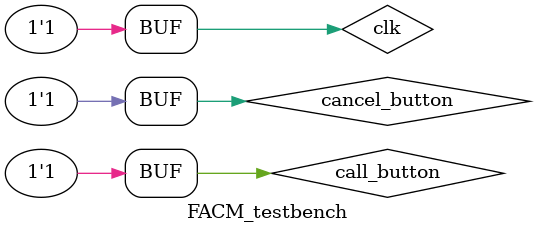
<source format=v>
`timescale 1ns / 1ps
module FACM_testbench;
	reg clk;
	reg call_button;
	reg cancel_button;
	wire light_state;
	Flight_Attendant_Call_Module uut (
		.clk(clk), 
		.call_button(call_button), 
		.cancel_button(cancel_button), 
		.light_state(light_state)
	);
	initial begin
		clk = 0;
		call_button = 0;
		cancel_button = 0;
		#100;
		clk = 0;
		call_button = 0;
		cancel_button = 1;
		#100;
		clk = 0;
		call_button = 1;
		cancel_button = 0;
		#100;
		clk = 0;
		call_button = 1;
		cancel_button = 1;
		#100;
		clk = 1;
		call_button = 0;
		cancel_button = 0;
		#100;
		clk = 1;
		call_button = 0;
		cancel_button = 1;
		#100;
		clk = 1;
		call_button = 1;
		cancel_button = 0;
		#100;
		clk = 1;
		call_button = 1;
		cancel_button = 1;
		#100;
	end
      
endmodule


</source>
